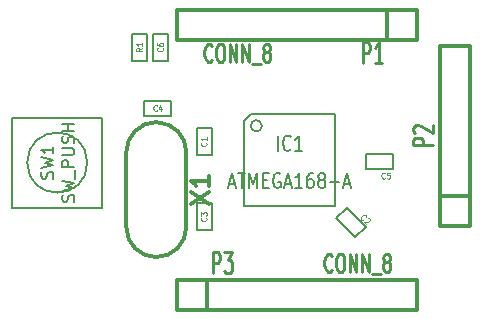
<source format=gto>
G04 (created by PCBNEW (2013-07-07 BZR 4022)-stable) date 26/08/2014 20:14:04*
%MOIN*%
G04 Gerber Fmt 3.4, Leading zero omitted, Abs format*
%FSLAX34Y34*%
G01*
G70*
G90*
G04 APERTURE LIST*
%ADD10C,0.00590551*%
%ADD11C,0.006*%
%ADD12C,0.005*%
%ADD13C,0.012*%
%ADD14C,0.0125*%
%ADD15C,0.008*%
%ADD16C,0.0045*%
%ADD17C,0.0107*%
%ADD18C,0.01*%
G04 APERTURE END LIST*
G54D10*
G54D11*
X25220Y-17810D02*
X25220Y-20640D01*
X25470Y-17570D02*
X28250Y-17570D01*
X28270Y-20650D02*
X28270Y-17610D01*
X25220Y-20650D02*
X28220Y-20650D01*
X25224Y-17800D02*
X25454Y-17570D01*
X25820Y-17974D02*
G75*
G03X25820Y-17974I-188J0D01*
G74*
G01*
G54D12*
X28658Y-20705D02*
X29294Y-21341D01*
X29294Y-21341D02*
X28941Y-21694D01*
X28941Y-21694D02*
X28305Y-21058D01*
X28305Y-21058D02*
X28658Y-20705D01*
X23650Y-18950D02*
X23650Y-18050D01*
X23650Y-18050D02*
X24150Y-18050D01*
X24150Y-18050D02*
X24150Y-18950D01*
X24150Y-18950D02*
X23650Y-18950D01*
X23650Y-21450D02*
X23650Y-20550D01*
X23650Y-20550D02*
X24150Y-20550D01*
X24150Y-20550D02*
X24150Y-21450D01*
X24150Y-21450D02*
X23650Y-21450D01*
X21900Y-17150D02*
X22800Y-17150D01*
X22800Y-17150D02*
X22800Y-17650D01*
X22800Y-17650D02*
X21900Y-17650D01*
X21900Y-17650D02*
X21900Y-17150D01*
G54D13*
X32750Y-21300D02*
X31750Y-21300D01*
X31750Y-21300D02*
X31750Y-15300D01*
X31750Y-15300D02*
X32750Y-15300D01*
X32750Y-15300D02*
X32750Y-21300D01*
X32750Y-20300D02*
X31750Y-20300D01*
G54D14*
X21300Y-18850D02*
X21300Y-21350D01*
X23300Y-18850D02*
X23300Y-21350D01*
X22300Y-22350D02*
G75*
G03X23300Y-21350I0J1000D01*
G74*
G01*
X21300Y-21350D02*
G75*
G03X22300Y-22350I1000J0D01*
G74*
G01*
X23300Y-18850D02*
G75*
G03X22300Y-17850I-1000J0D01*
G74*
G01*
X22300Y-17850D02*
G75*
G03X21300Y-18850I0J-1000D01*
G74*
G01*
G54D12*
X30200Y-19400D02*
X29300Y-19400D01*
X29300Y-19400D02*
X29300Y-18900D01*
X29300Y-18900D02*
X30200Y-18900D01*
X30200Y-18900D02*
X30200Y-19400D01*
G54D13*
X23000Y-23100D02*
X31000Y-23100D01*
X31000Y-23100D02*
X31000Y-24100D01*
X31000Y-24100D02*
X23000Y-24100D01*
X23000Y-24100D02*
X23000Y-23100D01*
X24000Y-24100D02*
X24000Y-23100D01*
X31000Y-15100D02*
X23000Y-15100D01*
X23000Y-15100D02*
X23000Y-14100D01*
X23000Y-14100D02*
X31000Y-14100D01*
X31000Y-14100D02*
X31000Y-15100D01*
X30000Y-14100D02*
X30000Y-15100D01*
G54D12*
X22700Y-14900D02*
X22700Y-15800D01*
X22700Y-15800D02*
X22200Y-15800D01*
X22200Y-15800D02*
X22200Y-14900D01*
X22200Y-14900D02*
X22700Y-14900D01*
X22000Y-14900D02*
X22000Y-15800D01*
X22000Y-15800D02*
X21500Y-15800D01*
X21500Y-15800D02*
X21500Y-14900D01*
X21500Y-14900D02*
X22000Y-14900D01*
X20000Y-19200D02*
G75*
G03X20000Y-19200I-1000J0D01*
G74*
G01*
X17500Y-20700D02*
X17500Y-17700D01*
X17500Y-17700D02*
X20500Y-17700D01*
X20500Y-17700D02*
X20500Y-20700D01*
X17500Y-20700D02*
X20500Y-20700D01*
G54D15*
X26359Y-18802D02*
X26359Y-18302D01*
X26778Y-18754D02*
X26759Y-18778D01*
X26702Y-18802D01*
X26664Y-18802D01*
X26607Y-18778D01*
X26569Y-18730D01*
X26550Y-18683D01*
X26530Y-18588D01*
X26530Y-18516D01*
X26550Y-18421D01*
X26569Y-18373D01*
X26607Y-18326D01*
X26664Y-18302D01*
X26702Y-18302D01*
X26759Y-18326D01*
X26778Y-18350D01*
X27159Y-18802D02*
X26930Y-18802D01*
X27045Y-18802D02*
X27045Y-18302D01*
X27007Y-18373D01*
X26969Y-18421D01*
X26930Y-18445D01*
X24730Y-19909D02*
X24921Y-19909D01*
X24692Y-20052D02*
X24826Y-19552D01*
X24959Y-20052D01*
X25035Y-19552D02*
X25264Y-19552D01*
X25150Y-20052D02*
X25150Y-19552D01*
X25397Y-20052D02*
X25397Y-19552D01*
X25530Y-19909D01*
X25664Y-19552D01*
X25664Y-20052D01*
X25854Y-19790D02*
X25988Y-19790D01*
X26045Y-20052D02*
X25854Y-20052D01*
X25854Y-19552D01*
X26045Y-19552D01*
X26426Y-19576D02*
X26388Y-19552D01*
X26330Y-19552D01*
X26273Y-19576D01*
X26235Y-19623D01*
X26216Y-19671D01*
X26197Y-19766D01*
X26197Y-19838D01*
X26216Y-19933D01*
X26235Y-19980D01*
X26273Y-20028D01*
X26330Y-20052D01*
X26369Y-20052D01*
X26426Y-20028D01*
X26445Y-20004D01*
X26445Y-19838D01*
X26369Y-19838D01*
X26597Y-19909D02*
X26788Y-19909D01*
X26559Y-20052D02*
X26692Y-19552D01*
X26826Y-20052D01*
X27169Y-20052D02*
X26940Y-20052D01*
X27054Y-20052D02*
X27054Y-19552D01*
X27016Y-19623D01*
X26978Y-19671D01*
X26940Y-19695D01*
X27511Y-19552D02*
X27435Y-19552D01*
X27397Y-19576D01*
X27378Y-19600D01*
X27340Y-19671D01*
X27321Y-19766D01*
X27321Y-19957D01*
X27340Y-20004D01*
X27359Y-20028D01*
X27397Y-20052D01*
X27473Y-20052D01*
X27511Y-20028D01*
X27530Y-20004D01*
X27550Y-19957D01*
X27550Y-19838D01*
X27530Y-19790D01*
X27511Y-19766D01*
X27473Y-19742D01*
X27397Y-19742D01*
X27359Y-19766D01*
X27340Y-19790D01*
X27321Y-19838D01*
X27778Y-19766D02*
X27740Y-19742D01*
X27721Y-19719D01*
X27702Y-19671D01*
X27702Y-19647D01*
X27721Y-19600D01*
X27740Y-19576D01*
X27778Y-19552D01*
X27854Y-19552D01*
X27892Y-19576D01*
X27911Y-19600D01*
X27930Y-19647D01*
X27930Y-19671D01*
X27911Y-19719D01*
X27892Y-19742D01*
X27854Y-19766D01*
X27778Y-19766D01*
X27740Y-19790D01*
X27721Y-19814D01*
X27702Y-19861D01*
X27702Y-19957D01*
X27721Y-20004D01*
X27740Y-20028D01*
X27778Y-20052D01*
X27854Y-20052D01*
X27892Y-20028D01*
X27911Y-20004D01*
X27930Y-19957D01*
X27930Y-19861D01*
X27911Y-19814D01*
X27892Y-19790D01*
X27854Y-19766D01*
X28102Y-19861D02*
X28407Y-19861D01*
X28578Y-19909D02*
X28769Y-19909D01*
X28540Y-20052D02*
X28673Y-19552D01*
X28807Y-20052D01*
G54D16*
X29185Y-21122D02*
X29172Y-21123D01*
X29147Y-21111D01*
X29135Y-21099D01*
X29123Y-21074D01*
X29125Y-21049D01*
X29132Y-21029D01*
X29153Y-20996D01*
X29173Y-20976D01*
X29206Y-20955D01*
X29226Y-20948D01*
X29251Y-20946D01*
X29276Y-20958D01*
X29288Y-20970D01*
X29300Y-20995D01*
X29299Y-21008D01*
X29347Y-21056D02*
X29360Y-21055D01*
X29379Y-21061D01*
X29409Y-21091D01*
X29415Y-21110D01*
X29414Y-21123D01*
X29407Y-21142D01*
X29393Y-21156D01*
X29367Y-21170D01*
X29213Y-21178D01*
X29292Y-21257D01*
X23961Y-18530D02*
X23971Y-18538D01*
X23980Y-18564D01*
X23980Y-18581D01*
X23971Y-18607D01*
X23952Y-18624D01*
X23933Y-18632D01*
X23895Y-18641D01*
X23866Y-18641D01*
X23828Y-18632D01*
X23809Y-18624D01*
X23790Y-18607D01*
X23780Y-18581D01*
X23780Y-18564D01*
X23790Y-18538D01*
X23800Y-18530D01*
X23980Y-18358D02*
X23980Y-18461D01*
X23980Y-18410D02*
X23780Y-18410D01*
X23809Y-18427D01*
X23828Y-18444D01*
X23838Y-18461D01*
X23961Y-21030D02*
X23971Y-21038D01*
X23980Y-21064D01*
X23980Y-21081D01*
X23971Y-21107D01*
X23952Y-21124D01*
X23933Y-21132D01*
X23895Y-21141D01*
X23866Y-21141D01*
X23828Y-21132D01*
X23809Y-21124D01*
X23790Y-21107D01*
X23780Y-21081D01*
X23780Y-21064D01*
X23790Y-21038D01*
X23800Y-21030D01*
X23780Y-20970D02*
X23780Y-20858D01*
X23857Y-20918D01*
X23857Y-20892D01*
X23866Y-20875D01*
X23876Y-20867D01*
X23895Y-20858D01*
X23942Y-20858D01*
X23961Y-20867D01*
X23971Y-20875D01*
X23980Y-20892D01*
X23980Y-20944D01*
X23971Y-20961D01*
X23961Y-20970D01*
X22320Y-17461D02*
X22311Y-17471D01*
X22285Y-17480D01*
X22268Y-17480D01*
X22242Y-17471D01*
X22225Y-17452D01*
X22217Y-17433D01*
X22208Y-17395D01*
X22208Y-17366D01*
X22217Y-17328D01*
X22225Y-17309D01*
X22242Y-17290D01*
X22268Y-17280D01*
X22285Y-17280D01*
X22311Y-17290D01*
X22320Y-17300D01*
X22474Y-17347D02*
X22474Y-17480D01*
X22431Y-17271D02*
X22388Y-17414D01*
X22500Y-17414D01*
G54D17*
X31525Y-18615D02*
X30844Y-18615D01*
X30844Y-18452D01*
X30877Y-18412D01*
X30909Y-18391D01*
X30974Y-18371D01*
X31071Y-18371D01*
X31136Y-18391D01*
X31168Y-18412D01*
X31201Y-18452D01*
X31201Y-18615D01*
X30909Y-18208D02*
X30877Y-18187D01*
X30844Y-18147D01*
X30844Y-18045D01*
X30877Y-18004D01*
X30909Y-17984D01*
X30974Y-17963D01*
X31039Y-17963D01*
X31136Y-17984D01*
X31525Y-18228D01*
X31525Y-17963D01*
G54D13*
X23442Y-20585D02*
X24042Y-20185D01*
X23442Y-20185D02*
X24042Y-20585D01*
X24042Y-19642D02*
X24042Y-19985D01*
X24042Y-19814D02*
X23442Y-19814D01*
X23528Y-19871D01*
X23585Y-19928D01*
X23614Y-19985D01*
G54D16*
X29920Y-19711D02*
X29911Y-19721D01*
X29885Y-19730D01*
X29868Y-19730D01*
X29842Y-19721D01*
X29825Y-19702D01*
X29817Y-19683D01*
X29808Y-19645D01*
X29808Y-19616D01*
X29817Y-19578D01*
X29825Y-19559D01*
X29842Y-19540D01*
X29868Y-19530D01*
X29885Y-19530D01*
X29911Y-19540D01*
X29920Y-19550D01*
X30082Y-19530D02*
X29997Y-19530D01*
X29988Y-19626D01*
X29997Y-19616D01*
X30014Y-19607D01*
X30057Y-19607D01*
X30074Y-19616D01*
X30082Y-19626D01*
X30091Y-19645D01*
X30091Y-19692D01*
X30082Y-19711D01*
X30074Y-19721D01*
X30057Y-19730D01*
X30014Y-19730D01*
X29997Y-19721D01*
X29988Y-19711D01*
G54D17*
X24184Y-22875D02*
X24184Y-22194D01*
X24347Y-22194D01*
X24387Y-22227D01*
X24408Y-22259D01*
X24428Y-22324D01*
X24428Y-22421D01*
X24408Y-22486D01*
X24387Y-22518D01*
X24347Y-22551D01*
X24184Y-22551D01*
X24571Y-22194D02*
X24836Y-22194D01*
X24693Y-22454D01*
X24754Y-22454D01*
X24795Y-22486D01*
X24815Y-22518D01*
X24836Y-22583D01*
X24836Y-22745D01*
X24815Y-22810D01*
X24795Y-22843D01*
X24754Y-22875D01*
X24632Y-22875D01*
X24591Y-22843D01*
X24571Y-22810D01*
G54D13*
G54D18*
X28152Y-22785D02*
X28133Y-22814D01*
X28076Y-22842D01*
X28038Y-22842D01*
X27980Y-22814D01*
X27942Y-22757D01*
X27923Y-22700D01*
X27904Y-22585D01*
X27904Y-22500D01*
X27923Y-22385D01*
X27942Y-22328D01*
X27980Y-22271D01*
X28038Y-22242D01*
X28076Y-22242D01*
X28133Y-22271D01*
X28152Y-22300D01*
X28400Y-22242D02*
X28476Y-22242D01*
X28514Y-22271D01*
X28552Y-22328D01*
X28571Y-22442D01*
X28571Y-22642D01*
X28552Y-22757D01*
X28514Y-22814D01*
X28476Y-22842D01*
X28400Y-22842D01*
X28361Y-22814D01*
X28323Y-22757D01*
X28304Y-22642D01*
X28304Y-22442D01*
X28323Y-22328D01*
X28361Y-22271D01*
X28400Y-22242D01*
X28742Y-22842D02*
X28742Y-22242D01*
X28971Y-22842D01*
X28971Y-22242D01*
X29161Y-22842D02*
X29161Y-22242D01*
X29390Y-22842D01*
X29390Y-22242D01*
X29485Y-22900D02*
X29790Y-22900D01*
X29942Y-22500D02*
X29904Y-22471D01*
X29885Y-22442D01*
X29866Y-22385D01*
X29866Y-22357D01*
X29885Y-22300D01*
X29904Y-22271D01*
X29942Y-22242D01*
X30019Y-22242D01*
X30057Y-22271D01*
X30076Y-22300D01*
X30095Y-22357D01*
X30095Y-22385D01*
X30076Y-22442D01*
X30057Y-22471D01*
X30019Y-22500D01*
X29942Y-22500D01*
X29904Y-22528D01*
X29885Y-22557D01*
X29866Y-22614D01*
X29866Y-22728D01*
X29885Y-22785D01*
X29904Y-22814D01*
X29942Y-22842D01*
X30019Y-22842D01*
X30057Y-22814D01*
X30076Y-22785D01*
X30095Y-22728D01*
X30095Y-22614D01*
X30076Y-22557D01*
X30057Y-22528D01*
X30019Y-22500D01*
G54D13*
G54D17*
X29184Y-15875D02*
X29184Y-15194D01*
X29347Y-15194D01*
X29387Y-15227D01*
X29408Y-15259D01*
X29428Y-15324D01*
X29428Y-15421D01*
X29408Y-15486D01*
X29387Y-15518D01*
X29347Y-15551D01*
X29184Y-15551D01*
X29836Y-15875D02*
X29591Y-15875D01*
X29714Y-15875D02*
X29714Y-15194D01*
X29673Y-15291D01*
X29632Y-15356D01*
X29591Y-15389D01*
G54D13*
G54D18*
X24152Y-15785D02*
X24133Y-15814D01*
X24076Y-15842D01*
X24038Y-15842D01*
X23980Y-15814D01*
X23942Y-15757D01*
X23923Y-15700D01*
X23904Y-15585D01*
X23904Y-15500D01*
X23923Y-15385D01*
X23942Y-15328D01*
X23980Y-15271D01*
X24038Y-15242D01*
X24076Y-15242D01*
X24133Y-15271D01*
X24152Y-15300D01*
X24400Y-15242D02*
X24476Y-15242D01*
X24514Y-15271D01*
X24552Y-15328D01*
X24571Y-15442D01*
X24571Y-15642D01*
X24552Y-15757D01*
X24514Y-15814D01*
X24476Y-15842D01*
X24400Y-15842D01*
X24361Y-15814D01*
X24323Y-15757D01*
X24304Y-15642D01*
X24304Y-15442D01*
X24323Y-15328D01*
X24361Y-15271D01*
X24400Y-15242D01*
X24742Y-15842D02*
X24742Y-15242D01*
X24971Y-15842D01*
X24971Y-15242D01*
X25161Y-15842D02*
X25161Y-15242D01*
X25390Y-15842D01*
X25390Y-15242D01*
X25485Y-15900D02*
X25790Y-15900D01*
X25942Y-15500D02*
X25904Y-15471D01*
X25885Y-15442D01*
X25866Y-15385D01*
X25866Y-15357D01*
X25885Y-15300D01*
X25904Y-15271D01*
X25942Y-15242D01*
X26019Y-15242D01*
X26057Y-15271D01*
X26076Y-15300D01*
X26095Y-15357D01*
X26095Y-15385D01*
X26076Y-15442D01*
X26057Y-15471D01*
X26019Y-15500D01*
X25942Y-15500D01*
X25904Y-15528D01*
X25885Y-15557D01*
X25866Y-15614D01*
X25866Y-15728D01*
X25885Y-15785D01*
X25904Y-15814D01*
X25942Y-15842D01*
X26019Y-15842D01*
X26057Y-15814D01*
X26076Y-15785D01*
X26095Y-15728D01*
X26095Y-15614D01*
X26076Y-15557D01*
X26057Y-15528D01*
X26019Y-15500D01*
G54D13*
G54D16*
X22511Y-15380D02*
X22521Y-15388D01*
X22530Y-15414D01*
X22530Y-15431D01*
X22521Y-15457D01*
X22502Y-15474D01*
X22483Y-15482D01*
X22445Y-15491D01*
X22416Y-15491D01*
X22378Y-15482D01*
X22359Y-15474D01*
X22340Y-15457D01*
X22330Y-15431D01*
X22330Y-15414D01*
X22340Y-15388D01*
X22350Y-15380D01*
X22330Y-15225D02*
X22330Y-15260D01*
X22340Y-15277D01*
X22350Y-15285D01*
X22378Y-15302D01*
X22416Y-15311D01*
X22492Y-15311D01*
X22511Y-15302D01*
X22521Y-15294D01*
X22530Y-15277D01*
X22530Y-15242D01*
X22521Y-15225D01*
X22511Y-15217D01*
X22492Y-15208D01*
X22445Y-15208D01*
X22426Y-15217D01*
X22416Y-15225D01*
X22407Y-15242D01*
X22407Y-15277D01*
X22416Y-15294D01*
X22426Y-15302D01*
X22445Y-15311D01*
X21830Y-15380D02*
X21735Y-15440D01*
X21830Y-15482D02*
X21630Y-15482D01*
X21630Y-15414D01*
X21640Y-15397D01*
X21650Y-15388D01*
X21669Y-15380D01*
X21697Y-15380D01*
X21716Y-15388D01*
X21726Y-15397D01*
X21735Y-15414D01*
X21735Y-15482D01*
X21830Y-15208D02*
X21830Y-15311D01*
X21830Y-15260D02*
X21630Y-15260D01*
X21659Y-15277D01*
X21678Y-15294D01*
X21688Y-15311D01*
G54D15*
X18842Y-19733D02*
X18861Y-19676D01*
X18861Y-19580D01*
X18842Y-19542D01*
X18823Y-19523D01*
X18785Y-19504D01*
X18747Y-19504D01*
X18709Y-19523D01*
X18690Y-19542D01*
X18671Y-19580D01*
X18652Y-19657D01*
X18633Y-19695D01*
X18614Y-19714D01*
X18576Y-19733D01*
X18538Y-19733D01*
X18500Y-19714D01*
X18480Y-19695D01*
X18461Y-19657D01*
X18461Y-19561D01*
X18480Y-19504D01*
X18461Y-19371D02*
X18861Y-19276D01*
X18576Y-19200D01*
X18861Y-19123D01*
X18461Y-19028D01*
X18861Y-18666D02*
X18861Y-18895D01*
X18861Y-18780D02*
X18461Y-18780D01*
X18519Y-18819D01*
X18557Y-18857D01*
X18576Y-18895D01*
X19542Y-20504D02*
X19561Y-20447D01*
X19561Y-20352D01*
X19542Y-20314D01*
X19523Y-20295D01*
X19485Y-20276D01*
X19447Y-20276D01*
X19409Y-20295D01*
X19390Y-20314D01*
X19371Y-20352D01*
X19352Y-20428D01*
X19333Y-20466D01*
X19314Y-20485D01*
X19276Y-20504D01*
X19238Y-20504D01*
X19200Y-20485D01*
X19180Y-20466D01*
X19161Y-20428D01*
X19161Y-20333D01*
X19180Y-20276D01*
X19161Y-20142D02*
X19561Y-20047D01*
X19276Y-19971D01*
X19561Y-19895D01*
X19161Y-19800D01*
X19600Y-19742D02*
X19600Y-19438D01*
X19561Y-19342D02*
X19161Y-19342D01*
X19161Y-19190D01*
X19180Y-19152D01*
X19200Y-19133D01*
X19238Y-19114D01*
X19295Y-19114D01*
X19333Y-19133D01*
X19352Y-19152D01*
X19371Y-19190D01*
X19371Y-19342D01*
X19161Y-18942D02*
X19485Y-18942D01*
X19523Y-18923D01*
X19542Y-18904D01*
X19561Y-18866D01*
X19561Y-18790D01*
X19542Y-18752D01*
X19523Y-18733D01*
X19485Y-18714D01*
X19161Y-18714D01*
X19542Y-18542D02*
X19561Y-18485D01*
X19561Y-18390D01*
X19542Y-18352D01*
X19523Y-18333D01*
X19485Y-18314D01*
X19447Y-18314D01*
X19409Y-18333D01*
X19390Y-18352D01*
X19371Y-18390D01*
X19352Y-18466D01*
X19333Y-18504D01*
X19314Y-18523D01*
X19276Y-18542D01*
X19238Y-18542D01*
X19200Y-18523D01*
X19180Y-18504D01*
X19161Y-18466D01*
X19161Y-18371D01*
X19180Y-18314D01*
X19561Y-18142D02*
X19161Y-18142D01*
X19352Y-18142D02*
X19352Y-17914D01*
X19561Y-17914D02*
X19161Y-17914D01*
M02*

</source>
